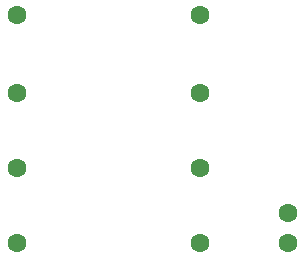
<source format=gbl>
G04 Layer: BottomLayer*
G04 EasyEDA v6.5.46, 2025-04-01 09:14:14*
G04 1996200714a44a3eb265968e1dc72ee3,f9b916e08b964ccb92d809278d751d93,10*
G04 Gerber Generator version 0.2*
G04 Scale: 100 percent, Rotated: No, Reflected: No *
G04 Dimensions in millimeters *
G04 leading zeros omitted , absolute positions ,4 integer and 5 decimal *
%FSLAX45Y45*%
%MOMM*%

%ADD10C,1.6000*%

%LPD*%
D10*
G01*
X1079195Y2209800D03*
G01*
X2629204Y2209800D03*
G01*
X1079195Y1549400D03*
G01*
X2629204Y1549400D03*
G01*
X1079195Y914400D03*
G01*
X2629204Y914400D03*
G01*
X1079195Y279400D03*
G01*
X2629204Y279400D03*
G01*
X3378200Y533400D03*
G01*
X3378200Y279400D03*
M02*

</source>
